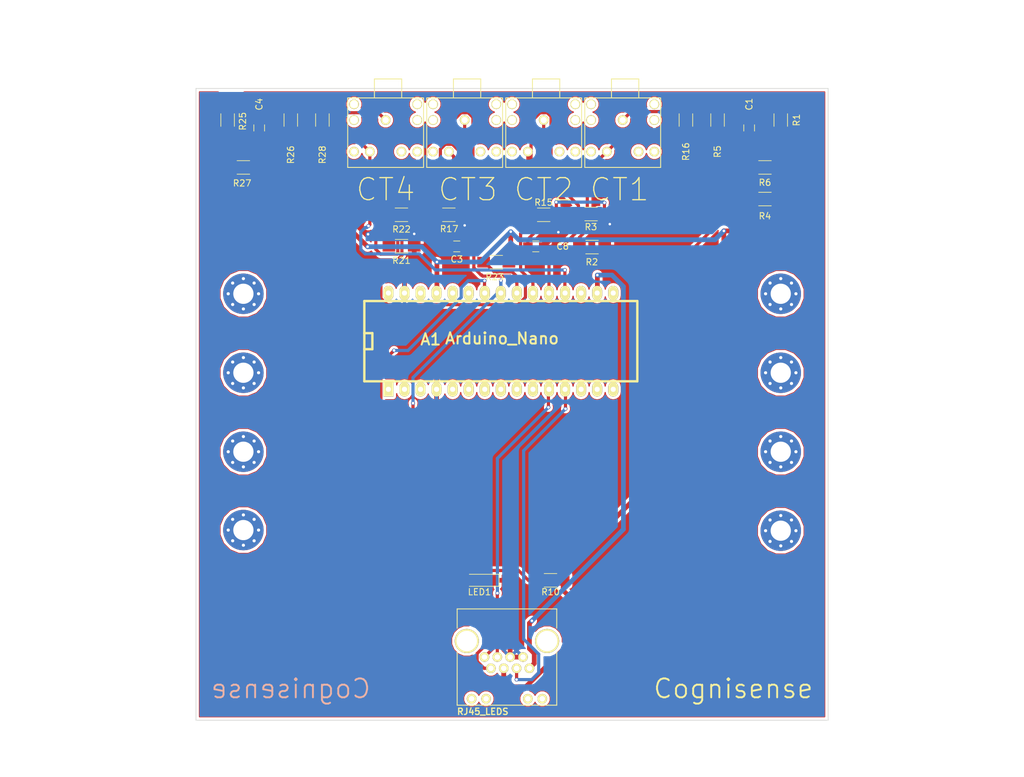
<source format=kicad_pcb>
(kicad_pcb (version 4) (host pcbnew 4.0.7)
  (layers (0 F.Cu signal) (31 B.Cu signal) (34 B.Paste user) (35 F.Paste user) (36 B.SilkS user) (37 F.SilkS user) (38 B.Mask user) (39 F.Mask user) (44 Edge.Cuts user))
  (net 0 "")
  (net 1 "Net-(J1-Pad12)")
  (net 2 "Net-(J1-Pad11)")
  (net 3 "Net-(J1-Pad9)")
  (net 4 "Net-(J1-Pad10)")
  (net 5 "Net-(C1-Pad1)")
  (net 6 GND)
  (net 7 "Net-(C3-Pad1)")
  (net 8 "Net-(C4-Pad1)")
  (net 9 "Net-(C8-Pad1)")
  (net 10 "Net-(CT1-Pad5)")
  (net 11 "Net-(CT1-Pad4)")
  (net 12 /ADC1)
  (net 13 "Net-(CT1-Pad2)")
  (net 14 "Net-(CT2-Pad5)")
  (net 15 "Net-(CT2-Pad4)")
  (net 16 /ADC2)
  (net 17 "Net-(CT2-Pad2)")
  (net 18 "Net-(CT3-Pad5)")
  (net 19 "Net-(CT3-Pad4)")
  (net 20 /ADC3)
  (net 21 "Net-(CT3-Pad2)")
  (net 22 "Net-(CT4-Pad5)")
  (net 23 "Net-(CT4-Pad4)")
  (net 24 /ADC0)
  (net 25 "Net-(CT4-Pad2)")
  (net 26 /DIG8)
  (net 27 /SDA)
  (net 28 /DIG9)
  (net 29 +3.3VADC)
  (net 30 +5V)
  (net 31 /SCL)
  (net 32 "Net-(LED1-Pad2)")
  (net 33 "Net-(A1-Pad25)")
  (net 34 "Net-(A1-Pad26)")
  (net 35 /RX)
  (net 36 /TX)
  (net 37 /RESET)
  (net 38 /DIG2)
  (net 39 /DIG3)
  (net 40 /DIG4)
  (net 41 /DIG5)
  (net 42 /DIG6)
  (net 43 /DIG7)
  (net 44 /DIG10)
  (net 45 /MOSI)
  (net 46 /MISO)
  (net 47 /SCK)
  (net 48 /AREF)
  (net 49 /VIN)
  (module Resistors_SMD:R_1206_HandSoldering (layer F.Cu) (at 107.5 62.5 180)
    (fp_text reference R27 (at 0.2 -2.5 180) (layer F.SilkS))
    (fp_text value 470K)
    (pad 1 smd rect (at -2 0 180) (size 2 1.7) (layers F.Cu F.Paste F.Mask) (net 30 +5V))
    (pad 2 smd rect (at 2 0 180) (size 2 1.7) (layers F.Cu F.Paste F.Mask) (net 8 "Net-(C4-Pad1)"))
  )
  (module Resistors_SMD:R_1206_HandSoldering (layer F.Cu) (at 132.52 74.97 180)
    (fp_text reference R21 (at 0.01 -2.27 180) (layer F.SilkS))
    (fp_text value 470K)
    (pad 1 smd rect (at -2 0 180) (size 2 1.7) (layers F.Cu F.Paste F.Mask) (net 6 GND))
    (pad 2 smd rect (at 2 0 180) (size 2 1.7) (layers F.Cu F.Paste F.Mask) (net 7 "Net-(C3-Pad1)"))
  )
  (module Resistors_SMD:R_1206_HandSoldering (layer F.Cu) (at 190 67.5 180)
    (fp_text reference R4 (at 0 -2.7 180) (layer F.SilkS))
    (fp_text value 470K)
    (pad 1 smd rect (at -2 0 180) (size 2 1.7) (layers F.Cu F.Paste F.Mask) (net 30 +5V))
    (pad 2 smd rect (at 2 0 180) (size 2 1.7) (layers F.Cu F.Paste F.Mask) (net 9 "Net-(C8-Pad1)"))
  )
  (module Resistors_SMD:R_1206_HandSoldering (layer F.Cu) (at 162.65 75.11)
    (fp_text reference R2 (at -0.03 2.37) (layer F.SilkS))
    (fp_text value 470K)
    (pad 1 smd rect (at -2 0) (size 2 1.7) (layers F.Cu F.Paste F.Mask) (net 9 "Net-(C8-Pad1)"))
    (pad 2 smd rect (at 2 0) (size 2 1.7) (layers F.Cu F.Paste F.Mask) (net 6 GND))
  )
  (module Resistors_SMD:R_1206_HandSoldering (layer F.Cu) (at 147.5 77.5 180)
    (fp_text reference R23 (at 0.25 -2.34 180) (layer F.SilkS))
    (fp_text value 470K)
    (pad 1 smd rect (at -2 0 180) (size 2 1.7) (layers F.Cu F.Paste F.Mask) (net 30 +5V))
    (pad 2 smd rect (at 2 0 180) (size 2 1.7) (layers F.Cu F.Paste F.Mask) (net 7 "Net-(C3-Pad1)"))
  )
  (module SVTmaker:arduino_nano2 (layer F.Cu) (at 149.49 90)
    (fp_text reference A1 (at -12.36 -0.27) (layer F.SilkS) (effects (font (size 1.778 1.778) (thickness 0.3048))))
    (fp_text value Arduino_Nano (at -1.08 -0.43) (layer F.SilkS) (effects (font (size 1.778 1.778) (thickness 0.3048))))
    (pad 1 thru_hole rect (at -19.05 7.62) (size 1.5748 2.286) (drill 0.8128) (layers *.Cu *.Mask F.SilkS) (net 35 /RX))
    (pad 2 thru_hole oval (at -16.51 7.62) (size 1.5748 2.286) (drill 0.8128) (layers *.Cu *.Mask F.SilkS) (net 36 /TX))
    (pad 3 thru_hole oval (at -13.97 7.62) (size 1.5748 2.286) (drill 0.8128) (layers *.Cu *.Mask F.SilkS) (net 37 /RESET))
    (pad 4 thru_hole oval (at -11.43 7.62) (size 1.5748 2.286) (drill 0.8128) (layers *.Cu *.Mask F.SilkS) (net 6 GND))
    (pad 5 thru_hole oval (at -8.89 7.62) (size 1.5748 2.286) (drill 0.8128) (layers *.Cu *.Mask F.SilkS) (net 38 /DIG2))
    (pad 6 thru_hole oval (at -6.35 7.62) (size 1.5748 2.286) (drill 0.8128) (layers *.Cu *.Mask F.SilkS) (net 39 /DIG3))
    (pad 7 thru_hole oval (at -3.81 7.62) (size 1.5748 2.286) (drill 0.8128) (layers *.Cu *.Mask F.SilkS) (net 40 /DIG4))
    (pad 8 thru_hole oval (at -1.27 7.62) (size 1.5748 2.286) (drill 0.8128) (layers *.Cu *.Mask F.SilkS) (net 41 /DIG5))
    (pad 9 thru_hole oval (at 1.27 7.62) (size 1.5748 2.286) (drill 0.8128) (layers *.Cu *.Mask F.SilkS) (net 42 /DIG6))
    (pad 10 thru_hole oval (at 3.81 7.62) (size 1.5748 2.286) (drill 0.8128) (layers *.Cu *.Mask F.SilkS) (net 43 /DIG7))
    (pad 11 thru_hole oval (at 6.35 7.62) (size 1.5748 2.286) (drill 0.8128) (layers *.Cu *.Mask F.SilkS) (net 26 /DIG8))
    (pad 12 thru_hole oval (at 8.89 7.62) (size 1.5748 2.286) (drill 0.8128) (layers *.Cu *.Mask F.SilkS) (net 28 /DIG9))
    (pad 13 thru_hole oval (at 11.43 7.62) (size 1.5748 2.286) (drill 0.8128) (layers *.Cu *.Mask F.SilkS) (net 44 /DIG10))
    (pad 14 thru_hole oval (at 13.97 7.62) (size 1.5748 2.286) (drill 0.8128) (layers *.Cu *.Mask F.SilkS) (net 45 /MOSI))
    (pad 15 thru_hole oval (at 16.51 7.62) (size 1.5748 2.286) (drill 0.8128) (layers *.Cu *.Mask F.SilkS) (net 46 /MISO))
    (pad 16 thru_hole oval (at 16.51 -7.62) (size 1.5748 2.286) (drill 0.8128) (layers *.Cu *.Mask F.SilkS) (net 47 /SCK))
    (pad 17 thru_hole oval (at 13.97 -7.62) (size 1.5748 2.286) (drill 0.8128) (layers *.Cu *.Mask F.SilkS) (net 29 +3.3VADC))
    (pad 18 thru_hole oval (at 11.43 -7.62) (size 1.5748 2.286) (drill 0.8128) (layers *.Cu *.Mask F.SilkS) (net 48 /AREF))
    (pad 19 thru_hole oval (at 8.89 -7.62) (size 1.5748 2.286) (drill 0.8128) (layers *.Cu *.Mask F.SilkS) (net 24 /ADC0))
    (pad 20 thru_hole oval (at 6.35 -7.62) (size 1.5748 2.286) (drill 0.8128) (layers *.Cu *.Mask F.SilkS) (net 12 /ADC1))
    (pad 21 thru_hole oval (at 3.81 -7.62) (size 1.5748 2.286) (drill 0.8128) (layers *.Cu *.Mask F.SilkS) (net 16 /ADC2))
    (pad 22 thru_hole oval (at 1.27 -7.62) (size 1.5748 2.286) (drill 0.8128) (layers *.Cu *.Mask F.SilkS) (net 20 /ADC3))
    (pad 23 thru_hole oval (at -1.27 -7.62) (size 1.5748 2.286) (drill 0.8128) (layers *.Cu *.Mask F.SilkS) (net 27 /SDA))
    (pad 24 thru_hole oval (at -3.81 -7.62) (size 1.5748 2.286) (drill 0.8128) (layers *.Cu *.Mask F.SilkS) (net 31 /SCL))
    (pad 25 thru_hole oval (at -6.35 -7.62) (size 1.5748 2.286) (drill 0.8128) (layers *.Cu *.Mask F.SilkS) (net 33 "Net-(A1-Pad25)"))
    (pad 26 thru_hole oval (at -8.89 -7.62) (size 1.5748 2.286) (drill 0.8128) (layers *.Cu *.Mask F.SilkS) (net 34 "Net-(A1-Pad26)"))
    (pad 27 thru_hole oval (at -11.43 -7.62) (size 1.5748 2.286) (drill 0.8128) (layers *.Cu *.Mask F.SilkS) (net 30 +5V))
    (pad 28 thru_hole oval (at -13.97 -7.62) (size 1.5748 2.286) (drill 0.8128) (layers *.Cu *.Mask F.SilkS))
    (pad 29 thru_hole oval (at -16.51 -7.62) (size 1.5748 2.286) (drill 0.8128) (layers *.Cu *.Mask F.SilkS) (net 6 GND))
    (pad 30 thru_hole oval (at -19.05 -7.62) (size 1.5748 2.286) (drill 0.8128) (layers *.Cu *.Mask F.SilkS) (net 49 /VIN))
  )
  (module Resistors_SMD:R_1206_HandSoldering (layer F.Cu) (at 105 55 90)
    (fp_text reference R25 (at -0.2 2.4 270) (layer F.SilkS))
    (fp_text value 470K)
    (pad 1 smd rect (at -2 0 90) (size 2 1.7) (layers F.Cu F.Paste F.Mask) (net 8 "Net-(C4-Pad1)"))
    (pad 2 smd rect (at 2 0 90) (size 2 1.7) (layers F.Cu F.Paste F.Mask) (net 6 GND))
  )
  (module Capacitors_SMD:C_0805_HandSoldering (layer F.Cu) (at 110 56.25 270)
    (fp_text reference C4 (at -3.75 0 270) (layer F.SilkS))
    (fp_text value "10 u")
    (pad 1 smd rect (at -1.25 0 270) (size 1.5 1.25) (layers F.Cu F.Paste F.Mask) (net 8 "Net-(C4-Pad1)"))
    (pad 2 smd rect (at 1.25 0 270) (size 1.5 1.25) (layers F.Cu F.Paste F.Mask) (net 6 GND))
  )
  (module Resistors_SMD:R_1206_HandSoldering (layer F.Cu) (at 115 55 90)
    (fp_text reference R26 (at -5.5 0 90) (layer F.SilkS))
    (fp_text value 33R)
    (pad 1 smd rect (at -2 0 90) (size 2 1.7) (layers F.Cu F.Paste F.Mask) (net 24 /ADC0))
    (pad 2 smd rect (at 2 0 90) (size 2 1.7) (layers F.Cu F.Paste F.Mask) (net 8 "Net-(C4-Pad1)"))
  )
  (module Resistors_SMD:R_1206_HandSoldering (layer F.Cu) (at 132.5 70)
    (fp_text reference R22 (at 0.01 2.29) (layer F.SilkS))
    (fp_text value 33R)
    (pad 1 smd rect (at -2 0) (size 2 1.7) (layers F.Cu F.Paste F.Mask) (net 20 /ADC3))
    (pad 2 smd rect (at 2 0) (size 2 1.7) (layers F.Cu F.Paste F.Mask) (net 7 "Net-(C3-Pad1)"))
  )
  (module Capacitors_SMD:C_0805_HandSoldering (layer F.Cu) (at 141.25 75)
    (fp_text reference C3 (at 0.01 2.03) (layer F.SilkS))
    (fp_text value "10 u")
    (pad 1 smd rect (at -1.25 0) (size 1.5 1.25) (layers F.Cu F.Paste F.Mask) (net 7 "Net-(C3-Pad1)"))
    (pad 2 smd rect (at 1.25 0) (size 1.5 1.25) (layers F.Cu F.Paste F.Mask) (net 6 GND))
  )
  (module Resistors_SMD:R_1206_HandSoldering (layer F.Cu) (at 156.08 127.85 180)
    (fp_text reference R10 (at 0 -1.85 180) (layer F.SilkS))
    (fp_text value 1K)
    (pad 1 smd rect (at -2 0 180) (size 2 1.7) (layers F.Cu F.Paste F.Mask) (net 30 +5V))
    (pad 2 smd rect (at 2 0 180) (size 2 1.7) (layers F.Cu F.Paste F.Mask) (net 32 "Net-(LED1-Pad2)"))
  )
  (module SVTmaker:CONNECTOR_RJ45_RA_TH_LEDS (layer F.Cu) (at 149.19 146.604 180)
    (fp_text reference J1)
    (fp_text value RJ45_LEDS (at 3.828 -2.03 180) (layer F.SilkS) (effects (font (thickness 0.2))))
    (pad 12 thru_hole circle (at -5.588 0 180) (size 1.524 1.524) (drill 0.889) (layers *.Cu *.Mask F.SilkS) (net 1 "Net-(J1-Pad12)"))
    (pad 11 thru_hole circle (at -3.302 0 180) (size 1.524 1.524) (drill 0.889) (layers *.Cu *.Mask F.SilkS) (net 2 "Net-(J1-Pad11)"))
    (pad 9 thru_hole circle (at 5.588 0 180) (size 1.524 1.524) (drill 0.889) (layers *.Cu *.Mask F.SilkS) (net 3 "Net-(J1-Pad9)"))
    (pad 10 thru_hole circle (at 3.302 0 180) (size 1.524 1.524) (drill 0.889) (layers *.Cu *.Mask F.SilkS) (net 4 "Net-(J1-Pad10)"))
    (pad A thru_hole circle (at 6.35 9.144 180) (size 3.81 3.81) (drill 3.2512) (layers *.Cu *.Mask F.SilkS))
    (pad 17 thru_hole circle (at -6.35 9.144 180) (size 3.81 3.81) (drill 3.2512) (layers *.Cu *.Mask F.SilkS))
    (pad 5 thru_hole circle (at -0.508 6.604 180) (size 1.524 1.524) (drill 0.889) (layers *.Cu *.Mask F.SilkS) (net 6 GND))
    (pad 3 thru_hole circle (at 1.524 6.604 180) (size 1.524 1.524) (drill 0.889) (layers *.Cu *.Mask F.SilkS) (net 26 /DIG8))
    (pad 1 thru_hole circle (at 3.556 6.604 180) (size 1.524 1.524) (drill 0.889) (layers *.Cu *.Mask F.SilkS) (net 27 /SDA))
    (pad 7 thru_hole circle (at -2.54 6.604 180) (size 1.524 1.524) (drill 0.889) (layers *.Cu *.Mask F.SilkS) (net 6 GND))
    (pad 6 thru_hole circle (at -1.524 4.826 180) (size 1.524 1.524) (drill 0.889) (layers *.Cu *.Mask F.SilkS) (net 28 /DIG9))
    (pad 8 thru_hole circle (at -3.556 4.826 180) (size 1.524 1.524) (drill 0.889) (layers *.Cu *.Mask F.SilkS) (net 29 +3.3VADC))
    (pad 4 thru_hole circle (at 0.508 4.826 180) (size 1.524 1.524) (drill 0.889) (layers *.Cu *.Mask F.SilkS) (net 30 +5V))
    (pad 2 thru_hole circle (at 2.54 4.826 180) (size 1.524 1.524) (drill 0.889) (layers *.Cu *.Mask F.SilkS) (net 31 /SCL))
  )
  (module LEDs:LED_1206_HandSoldering (layer F.Cu) (at 144.84 127.85 180)
    (fp_text reference LED1 (at 0 -1.85 180) (layer F.SilkS))
    (fp_text value BLUE)
    (pad 1 smd rect (at -2 0 180) (size 2 1.7) (layers F.Cu F.Paste F.Mask) (net 6 GND))
    (pad 2 smd rect (at 2 0 180) (size 2 1.7) (layers F.Cu F.Paste F.Mask) (net 32 "Net-(LED1-Pad2)"))
  )
  (module Resistors_SMD:R_1206_HandSoldering (layer F.Cu) (at 162.5 69.876234)
    (fp_text reference R3 (at -0.03 2.043766) (layer F.SilkS))
    (fp_text value 33R)
    (pad 1 smd rect (at -2 0) (size 2 1.7) (layers F.Cu F.Paste F.Mask) (net 16 /ADC2))
    (pad 2 smd rect (at 2 0) (size 2 1.7) (layers F.Cu F.Paste F.Mask) (net 9 "Net-(C8-Pad1)"))
  )
  (module Capacitors_SMD:C_0805_HandSoldering (layer F.Cu) (at 187.5 56.25 270)
    (fp_text reference C1 (at -3.75 0 270) (layer F.SilkS))
    (fp_text value "10 u")
    (pad 1 smd rect (at -1.25 0 270) (size 1.5 1.25) (layers F.Cu F.Paste F.Mask) (net 5 "Net-(C1-Pad1)"))
    (pad 2 smd rect (at 1.25 0 270) (size 1.5 1.25) (layers F.Cu F.Paste F.Mask) (net 6 GND))
  )
  (module Resistors_SMD:R_1206_HandSoldering (layer F.Cu) (at 192.5 55 270)
    (fp_text reference R1 (at 0 -2.5 270) (layer F.SilkS))
    (fp_text value 470K)
    (pad 1 smd rect (at -2 0 270) (size 2 1.7) (layers F.Cu F.Paste F.Mask) (net 5 "Net-(C1-Pad1)"))
    (pad 2 smd rect (at 2 0 270) (size 2 1.7) (layers F.Cu F.Paste F.Mask) (net 6 GND))
  )
  (module Resistors_SMD:R_1206_HandSoldering (layer F.Cu) (at 182.5 55 90)
    (fp_text reference R5 (at -5 0 90) (layer F.SilkS))
    (fp_text value 33R)
    (pad 1 smd rect (at -2 0 90) (size 2 1.7) (layers F.Cu F.Paste F.Mask) (net 12 /ADC1))
    (pad 2 smd rect (at 2 0 90) (size 2 1.7) (layers F.Cu F.Paste F.Mask) (net 5 "Net-(C1-Pad1)"))
  )
  (module Capacitors_SMD:C_0805_HandSoldering (layer F.Cu) (at 153.75 75)
    (fp_text reference C8 (at 4.25 0) (layer F.SilkS))
    (fp_text value "10 u")
    (pad 1 smd rect (at -1.25 0) (size 1.5 1.25) (layers F.Cu F.Paste F.Mask) (net 9 "Net-(C8-Pad1)"))
    (pad 2 smd rect (at 1.25 0) (size 1.5 1.25) (layers F.Cu F.Paste F.Mask) (net 6 GND))
  )
  (module Resistors_SMD:R_1206_HandSoldering (layer F.Cu) (at 155 70)
    (fp_text reference R15 (at -0.01 -1.96 180) (layer F.SilkS))
    (fp_text value 33R)
    (pad 1 smd rect (at -2 0) (size 2 1.7) (layers F.Cu F.Paste F.Mask) (net 16 /ADC2))
    (pad 2 smd rect (at 2 0) (size 2 1.7) (layers F.Cu F.Paste F.Mask) (net 9 "Net-(C8-Pad1)"))
  )
  (module Resistors_SMD:R_1206_HandSoldering (layer F.Cu) (at 177.5 55 90)
    (fp_text reference R16 (at -5 0 90) (layer F.SilkS))
    (fp_text value 33R)
    (pad 1 smd rect (at -2 0 90) (size 2 1.7) (layers F.Cu F.Paste F.Mask) (net 12 /ADC1))
    (pad 2 smd rect (at 2 0 90) (size 2 1.7) (layers F.Cu F.Paste F.Mask) (net 5 "Net-(C1-Pad1)"))
  )
  (module Resistors_SMD:R_1206_HandSoldering (layer F.Cu) (at 120 55 90)
    (fp_text reference R28 (at -5.5 0 90) (layer F.SilkS))
    (fp_text value 33R)
    (pad 1 smd rect (at -2 0 90) (size 2 1.7) (layers F.Cu F.Paste F.Mask) (net 24 /ADC0))
    (pad 2 smd rect (at 2 0 90) (size 2 1.7) (layers F.Cu F.Paste F.Mask) (net 8 "Net-(C4-Pad1)"))
  )
  (module Resistors_SMD:R_1206_HandSoldering (layer F.Cu) (at 140 70)
    (fp_text reference R17 (at 0.05 2.23 180) (layer F.SilkS))
    (fp_text value 33R)
    (pad 1 smd rect (at -2 0) (size 2 1.7) (layers F.Cu F.Paste F.Mask) (net 20 /ADC3))
    (pad 2 smd rect (at 2 0) (size 2 1.7) (layers F.Cu F.Paste F.Mask) (net 7 "Net-(C3-Pad1)"))
  )
  (module Resistors_SMD:R_1206_HandSoldering (layer F.Cu) (at 190 62.5 180)
    (fp_text reference R6 (at 0 -2.4 180) (layer F.SilkS))
    (fp_text value 470K)
    (pad 1 smd rect (at -2 0 180) (size 2 1.7) (layers F.Cu F.Paste F.Mask) (net 30 +5V))
    (pad 2 smd rect (at 2 0 180) (size 2 1.7) (layers F.Cu F.Paste F.Mask) (net 5 "Net-(C1-Pad1)"))
  )
  (module "SVTmaker:Cognisense large" (layer B.Cu) (at 115 135)
    (fp_text reference G*** hide)
    (fp_text value LOGO hide)
  )
  (module Mounting_Holes:MountingHole_3.2mm_M3_Pad_Via (layer F.Cu) (at 107.5 119.9)
    (fp_text reference REF**)
    (fp_text value MountingHole_3.2mm_M3_Pad_Via)
    (pad 1 thru_hole circle (at 0 0) (size 6.4 6.4) (drill 3.2) (layers *.Cu *.Mask))
    (pad 1 thru_hole circle (at 2.4 0) (size 0.8 0.8) (drill 0.5) (layers *.Cu *.Mask))
    (pad 1 thru_hole circle (at 1.697056 1.697056) (size 0.8 0.8) (drill 0.5) (layers *.Cu *.Mask))
    (pad 1 thru_hole circle (at 0 2.4) (size 0.8 0.8) (drill 0.5) (layers *.Cu *.Mask))
    (pad 1 thru_hole circle (at -1.697056 1.697056) (size 0.8 0.8) (drill 0.5) (layers *.Cu *.Mask))
    (pad 1 thru_hole circle (at -2.4 0) (size 0.8 0.8) (drill 0.5) (layers *.Cu *.Mask))
    (pad 1 thru_hole circle (at -1.697056 -1.697056) (size 0.8 0.8) (drill 0.5) (layers *.Cu *.Mask))
    (pad 1 thru_hole circle (at 0 -2.4) (size 0.8 0.8) (drill 0.5) (layers *.Cu *.Mask))
    (pad 1 thru_hole circle (at 1.697056 -1.697056) (size 0.8 0.8) (drill 0.5) (layers *.Cu *.Mask))
  )
  (module Mounting_Holes:MountingHole_3.2mm_M3_Pad_Via (layer F.Cu) (at 107.5 82.5 180)
    (fp_text reference REF**)
    (fp_text value MountingHole_3.2mm_M3_Pad_Via)
    (pad 1 thru_hole circle (at 0 0 180) (size 6.4 6.4) (drill 3.2) (layers *.Cu *.Mask))
    (pad 1 thru_hole circle (at 2.4 0 180) (size 0.8 0.8) (drill 0.5) (layers *.Cu *.Mask))
    (pad 1 thru_hole circle (at 1.697056 1.697056 180) (size 0.8 0.8) (drill 0.5) (layers *.Cu *.Mask))
    (pad 1 thru_hole circle (at 0 2.4 180) (size 0.8 0.8) (drill 0.5) (layers *.Cu *.Mask))
    (pad 1 thru_hole circle (at -1.697056 1.697056 180) (size 0.8 0.8) (drill 0.5) (layers *.Cu *.Mask))
    (pad 1 thru_hole circle (at -2.4 0 180) (size 0.8 0.8) (drill 0.5) (layers *.Cu *.Mask))
    (pad 1 thru_hole circle (at -1.697056 -1.697056 180) (size 0.8 0.8) (drill 0.5) (layers *.Cu *.Mask))
    (pad 1 thru_hole circle (at 0 -2.4 180) (size 0.8 0.8) (drill 0.5) (layers *.Cu *.Mask))
    (pad 1 thru_hole circle (at 1.697056 -1.697056 180) (size 0.8 0.8) (drill 0.5) (layers *.Cu *.Mask))
  )
  (module Mounting_Holes:MountingHole_3.2mm_M3_Pad_Via (layer F.Cu) (at 107.5 95 180)
    (fp_text reference REF**)
    (fp_text value MountingHole_3.2mm_M3_Pad_Via)
    (pad 1 thru_hole circle (at 0 0 180) (size 6.4 6.4) (drill 3.2) (layers *.Cu *.Mask))
    (pad 1 thru_hole circle (at 2.4 0 180) (size 0.8 0.8) (drill 0.5) (layers *.Cu *.Mask))
    (pad 1 thru_hole circle (at 1.697056 1.697056 180) (size 0.8 0.8) (drill 0.5) (layers *.Cu *.Mask))
    (pad 1 thru_hole circle (at 0 2.4 180) (size 0.8 0.8) (drill 0.5) (layers *.Cu *.Mask))
    (pad 1 thru_hole circle (at -1.697056 1.697056 180) (size 0.8 0.8) (drill 0.5) (layers *.Cu *.Mask))
    (pad 1 thru_hole circle (at -2.4 0 180) (size 0.8 0.8) (drill 0.5) (layers *.Cu *.Mask))
    (pad 1 thru_hole circle (at -1.697056 -1.697056 180) (size 0.8 0.8) (drill 0.5) (layers *.Cu *.Mask))
    (pad 1 thru_hole circle (at 0 -2.4 180) (size 0.8 0.8) (drill 0.5) (layers *.Cu *.Mask))
    (pad 1 thru_hole circle (at 1.697056 -1.697056 180) (size 0.8 0.8) (drill 0.5) (layers *.Cu *.Mask))
  )
  (module Mounting_Holes:MountingHole_3.2mm_M3_Pad_Via (layer F.Cu) (at 107.5 107.5 180)
    (fp_text reference REF**)
    (fp_text value MountingHole_3.2mm_M3_Pad_Via)
    (pad 1 thru_hole circle (at 0 0 180) (size 6.4 6.4) (drill 3.2) (layers *.Cu *.Mask))
    (pad 1 thru_hole circle (at 2.4 0 180) (size 0.8 0.8) (drill 0.5) (layers *.Cu *.Mask))
    (pad 1 thru_hole circle (at 1.697056 1.697056 180) (size 0.8 0.8) (drill 0.5) (layers *.Cu *.Mask))
    (pad 1 thru_hole circle (at 0 2.4 180) (size 0.8 0.8) (drill 0.5) (layers *.Cu *.Mask))
    (pad 1 thru_hole circle (at -1.697056 1.697056 180) (size 0.8 0.8) (drill 0.5) (layers *.Cu *.Mask))
    (pad 1 thru_hole circle (at -2.4 0 180) (size 0.8 0.8) (drill 0.5) (layers *.Cu *.Mask))
    (pad 1 thru_hole circle (at -1.697056 -1.697056 180) (size 0.8 0.8) (drill 0.5) (layers *.Cu *.Mask))
    (pad 1 thru_hole circle (at 0 -2.4 180) (size 0.8 0.8) (drill 0.5) (layers *.Cu *.Mask))
    (pad 1 thru_hole circle (at 1.697056 -1.697056 180) (size 0.8 0.8) (drill 0.5) (layers *.Cu *.Mask))
  )
  (module Mounting_Holes:MountingHole_3.2mm_M3_Pad_Via (layer F.Cu) (at 192.5 120)
    (fp_text reference REF**)
    (fp_text value MountingHole_3.2mm_M3_Pad_Via)
    (pad 1 thru_hole circle (at 0 0) (size 6.4 6.4) (drill 3.2) (layers *.Cu *.Mask))
    (pad 1 thru_hole circle (at 2.4 0) (size 0.8 0.8) (drill 0.5) (layers *.Cu *.Mask))
    (pad 1 thru_hole circle (at 1.697056 1.697056) (size 0.8 0.8) (drill 0.5) (layers *.Cu *.Mask))
    (pad 1 thru_hole circle (at 0 2.4) (size 0.8 0.8) (drill 0.5) (layers *.Cu *.Mask))
    (pad 1 thru_hole circle (at -1.697056 1.697056) (size 0.8 0.8) (drill 0.5) (layers *.Cu *.Mask))
    (pad 1 thru_hole circle (at -2.4 0) (size 0.8 0.8) (drill 0.5) (layers *.Cu *.Mask))
    (pad 1 thru_hole circle (at -1.697056 -1.697056) (size 0.8 0.8) (drill 0.5) (layers *.Cu *.Mask))
    (pad 1 thru_hole circle (at 0 -2.4) (size 0.8 0.8) (drill 0.5) (layers *.Cu *.Mask))
    (pad 1 thru_hole circle (at 1.697056 -1.697056) (size 0.8 0.8) (drill 0.5) (layers *.Cu *.Mask))
  )
  (module Mounting_Holes:MountingHole_3.2mm_M3_Pad_Via (layer F.Cu) (at 192.5 107.5)
    (fp_text reference REF**)
    (fp_text value MountingHole_3.2mm_M3_Pad_Via)
    (pad 1 thru_hole circle (at 0 0) (size 6.4 6.4) (drill 3.2) (layers *.Cu *.Mask))
    (pad 1 thru_hole circle (at 2.4 0) (size 0.8 0.8) (drill 0.5) (layers *.Cu *.Mask))
    (pad 1 thru_hole circle (at 1.697056 1.697056) (size 0.8 0.8) (drill 0.5) (layers *.Cu *.Mask))
    (pad 1 thru_hole circle (at 0 2.4) (size 0.8 0.8) (drill 0.5) (layers *.Cu *.Mask))
    (pad 1 thru_hole circle (at -1.697056 1.697056) (size 0.8 0.8) (drill 0.5) (layers *.Cu *.Mask))
    (pad 1 thru_hole circle (at -2.4 0) (size 0.8 0.8) (drill 0.5) (layers *.Cu *.Mask))
    (pad 1 thru_hole circle (at -1.697056 -1.697056) (size 0.8 0.8) (drill 0.5) (layers *.Cu *.Mask))
    (pad 1 thru_hole circle (at 0 -2.4) (size 0.8 0.8) (drill 0.5) (layers *.Cu *.Mask))
    (pad 1 thru_hole circle (at 1.697056 -1.697056) (size 0.8 0.8) (drill 0.5) (layers *.Cu *.Mask))
  )
  (module Mounting_Holes:MountingHole_3.2mm_M3_Pad_Via (layer F.Cu) (at 192.5 95)
    (fp_text reference REF**)
    (fp_text value MountingHole_3.2mm_M3_Pad_Via)
    (pad 1 thru_hole circle (at 0 0) (size 6.4 6.4) (drill 3.2) (layers *.Cu *.Mask))
    (pad 1 thru_hole circle (at 2.4 0) (size 0.8 0.8) (drill 0.5) (layers *.Cu *.Mask))
    (pad 1 thru_hole circle (at 1.697056 1.697056) (size 0.8 0.8) (drill 0.5) (layers *.Cu *.Mask))
    (pad 1 thru_hole circle (at 0 2.4) (size 0.8 0.8) (drill 0.5) (layers *.Cu *.Mask))
    (pad 1 thru_hole circle (at -1.697056 1.697056) (size 0.8 0.8) (drill 0.5) (layers *.Cu *.Mask))
    (pad 1 thru_hole circle (at -2.4 0) (size 0.8 0.8) (drill 0.5) (layers *.Cu *.Mask))
    (pad 1 thru_hole circle (at -1.697056 -1.697056) (size 0.8 0.8) (drill 0.5) (layers *.Cu *.Mask))
    (pad 1 thru_hole circle (at 0 -2.4) (size 0.8 0.8) (drill 0.5) (layers *.Cu *.Mask))
    (pad 1 thru_hole circle (at 1.697056 -1.697056) (size 0.8 0.8) (drill 0.5) (layers *.Cu *.Mask))
  )
  (module SVTmaker:Audio-LR-3.5mm (layer F.Cu) (at 167.5 60 270)
    (fp_text reference CT1)
    (fp_text value CT1 (at 6 0.5 360) (layer F.SilkS) (effects (font (size 3.5 3.5) (thickness 0.2))))
    (pad 1 thru_hole circle (at -5 0 270) (size 1.524 1.524) (drill 1) (layers *.Cu *.Mask F.SilkS) (net 5 "Net-(C1-Pad1)"))
    (pad 5 thru_hole circle (at 0 -5 270) (size 1.524 1.524) (drill 1) (layers *.Cu *.Mask F.SilkS) (net 10 "Net-(CT1-Pad5)"))
    (pad 4 thru_hole circle (at 0 -2.5 270) (size 1.524 1.524) (drill 1) (layers *.Cu *.Mask F.SilkS) (net 11 "Net-(CT1-Pad4)"))
    (pad 3 thru_hole circle (at 0 2.5 270) (size 1.524 1.524) (drill 1) (layers *.Cu *.Mask F.SilkS) (net 12 /ADC1))
    (pad 2 thru_hole circle (at 0 5 270) (size 1.524 1.524) (drill 1) (layers *.Cu *.Mask F.SilkS) (net 13 "Net-(CT1-Pad2)"))
    (pad "" np_thru_hole circle (at -5 -5 270) (size 1.524 1.524) (drill 1.2) (layers *.Cu *.Mask F.SilkS))
    (pad "" np_thru_hole circle (at -7.5 -5 270) (size 1.524 1.524) (drill 1.2) (layers *.Cu *.Mask F.SilkS))
    (pad "" np_thru_hole circle (at -7.5 5 270) (size 1.524 1.524) (drill 1.2) (layers *.Cu *.Mask F.SilkS))
    (pad "" np_thru_hole circle (at -5 5 270) (size 1.524 1.524) (drill 1.2) (layers *.Cu *.Mask F.SilkS))
  )
  (module SVTmaker:Audio-LR-3.5mm (layer F.Cu) (at 155 60 270)
    (fp_text reference CT2)
    (fp_text value CT2 (at 6 0 360) (layer F.SilkS) (effects (font (size 3.5 3.5) (thickness 0.2))))
    (pad 1 thru_hole circle (at -5 0 270) (size 1.524 1.524) (drill 1) (layers *.Cu *.Mask F.SilkS) (net 9 "Net-(C8-Pad1)"))
    (pad 5 thru_hole circle (at 0 -5 270) (size 1.524 1.524) (drill 1) (layers *.Cu *.Mask F.SilkS) (net 14 "Net-(CT2-Pad5)"))
    (pad 4 thru_hole circle (at 0 -2.5 270) (size 1.524 1.524) (drill 1) (layers *.Cu *.Mask F.SilkS) (net 15 "Net-(CT2-Pad4)"))
    (pad 3 thru_hole circle (at 0 2.5 270) (size 1.524 1.524) (drill 1) (layers *.Cu *.Mask F.SilkS) (net 16 /ADC2))
    (pad 2 thru_hole circle (at 0 5 270) (size 1.524 1.524) (drill 1) (layers *.Cu *.Mask F.SilkS) (net 17 "Net-(CT2-Pad2)"))
    (pad "" np_thru_hole circle (at -5 -5 270) (size 1.524 1.524) (drill 1.2) (layers *.Cu *.Mask F.SilkS))
    (pad "" np_thru_hole circle (at -7.5 -5 270) (size 1.524 1.524) (drill 1.2) (layers *.Cu *.Mask F.SilkS))
    (pad "" np_thru_hole circle (at -7.5 5 270) (size 1.524 1.524) (drill 1.2) (layers *.Cu *.Mask F.SilkS))
    (pad "" np_thru_hole circle (at -5 5 270) (size 1.524 1.524) (drill 1.2) (layers *.Cu *.Mask F.SilkS))
  )
  (module SVTmaker:Audio-LR-3.5mm (layer F.Cu) (at 142.5 60 270)
    (fp_text reference CT3)
    (fp_text value CT3 (at 6 -0.5 360) (layer F.SilkS) (effects (font (size 3.5 3.5) (thickness 0.2))))
    (pad 1 thru_hole circle (at -5 0 270) (size 1.524 1.524) (drill 1) (layers *.Cu *.Mask F.SilkS) (net 7 "Net-(C3-Pad1)"))
    (pad 5 thru_hole circle (at 0 -5 270) (size 1.524 1.524) (drill 1) (layers *.Cu *.Mask F.SilkS) (net 18 "Net-(CT3-Pad5)"))
    (pad 4 thru_hole circle (at 0 -2.5 270) (size 1.524 1.524) (drill 1) (layers *.Cu *.Mask F.SilkS) (net 19 "Net-(CT3-Pad4)"))
    (pad 3 thru_hole circle (at 0 2.5 270) (size 1.524 1.524) (drill 1) (layers *.Cu *.Mask F.SilkS) (net 20 /ADC3))
    (pad 2 thru_hole circle (at 0 5 270) (size 1.524 1.524) (drill 1) (layers *.Cu *.Mask F.SilkS) (net 21 "Net-(CT3-Pad2)"))
    (pad "" np_thru_hole circle (at -5 -5 270) (size 1.524 1.524) (drill 1.2) (layers *.Cu *.Mask F.SilkS))
    (pad "" np_thru_hole circle (at -7.5 -5 270) (size 1.524 1.524) (drill 1.2) (layers *.Cu *.Mask F.SilkS))
    (pad "" np_thru_hole circle (at -7.5 5 270) (size 1.524 1.524) (drill 1.2) (layers *.Cu *.Mask F.SilkS))
    (pad "" np_thru_hole circle (at -5 5 270) (size 1.524 1.524) (drill 1.2) (layers *.Cu *.Mask F.SilkS))
  )
  (module SVTmaker:Audio-LR-3.5mm (layer F.Cu) (at 130 60 270)
    (fp_text reference CT4)
    (fp_text value CT4 (at 6 0 360) (layer F.SilkS) (effects (font (size 3.5 3.5) (thickness 0.2))))
    (pad 1 thru_hole circle (at -5 0 270) (size 1.524 1.524) (drill 1) (layers *.Cu *.Mask F.SilkS) (net 8 "Net-(C4-Pad1)"))
    (pad 5 thru_hole circle (at 0 -5 270) (size 1.524 1.524) (drill 1) (layers *.Cu *.Mask F.SilkS) (net 22 "Net-(CT4-Pad5)"))
    (pad 4 thru_hole circle (at 0 -2.5 270) (size 1.524 1.524) (drill 1) (layers *.Cu *.Mask F.SilkS) (net 23 "Net-(CT4-Pad4)"))
    (pad 3 thru_hole circle (at 0 2.5 270) (size 1.524 1.524) (drill 1) (layers *.Cu *.Mask F.SilkS) (net 24 /ADC0))
    (pad 2 thru_hole circle (at 0 5 270) (size 1.524 1.524) (drill 1) (layers *.Cu *.Mask F.SilkS) (net 25 "Net-(CT4-Pad2)"))
    (pad "" np_thru_hole circle (at -5 -5 270) (size 1.524 1.524) (drill 1.2) (layers *.Cu *.Mask F.SilkS))
    (pad "" np_thru_hole circle (at -7.5 -5 270) (size 1.524 1.524) (drill 1.2) (layers *.Cu *.Mask F.SilkS))
    (pad "" np_thru_hole circle (at -7.5 5 270) (size 1.524 1.524) (drill 1.2) (layers *.Cu *.Mask F.SilkS))
    (pad "" np_thru_hole circle (at -5 5 270) (size 1.524 1.524) (drill 1.2) (layers *.Cu *.Mask F.SilkS))
  )
  (module Mounting_Holes:MountingHole_3.2mm_M3_Pad_Via (layer F.Cu) (at 192.5 82.5)
    (fp_text reference REF**)
    (fp_text value MountingHole_3.2mm_M3_Pad_Via)
    (pad 1 thru_hole circle (at 0 0) (size 6.4 6.4) (drill 3.2) (layers *.Cu *.Mask))
    (pad 1 thru_hole circle (at 2.4 0) (size 0.8 0.8) (drill 0.5) (layers *.Cu *.Mask))
    (pad 1 thru_hole circle (at 1.697056 1.697056) (size 0.8 0.8) (drill 0.5) (layers *.Cu *.Mask))
    (pad 1 thru_hole circle (at 0 2.4) (size 0.8 0.8) (drill 0.5) (layers *.Cu *.Mask))
    (pad 1 thru_hole circle (at -1.697056 1.697056) (size 0.8 0.8) (drill 0.5) (layers *.Cu *.Mask))
    (pad 1 thru_hole circle (at -2.4 0) (size 0.8 0.8) (drill 0.5) (layers *.Cu *.Mask))
    (pad 1 thru_hole circle (at -1.697056 -1.697056) (size 0.8 0.8) (drill 0.5) (layers *.Cu *.Mask))
    (pad 1 thru_hole circle (at 0 -2.4) (size 0.8 0.8) (drill 0.5) (layers *.Cu *.Mask))
    (pad 1 thru_hole circle (at 1.697056 -1.697056) (size 0.8 0.8) (drill 0.5) (layers *.Cu *.Mask))
  )
  (module "SVTmaker:Cognisense large" (layer F.Cu) (at 185 135)
    (fp_text reference G*** hide)
    (fp_text value LOGO hide)
  )
  (gr_text Cognisense (at 115 145) (layer B.SilkS) (effects (font (size 3 3) (thickness 0.3)) (justify mirror)))
  (gr_text Cognisense (at 185 145) (layer F.SilkS) (effects (font (size 3 3) (thickness 0.3))))
  (gr_line (start 100 50) (end 100 150) (layer Edge.Cuts) (width 0.1))
  (gr_line (start 200 50) (end 100 50) (layer Edge.Cuts) (width 0.1))
  (gr_line (start 200 150) (end 200 50) (layer Edge.Cuts) (width 0.1))
  (gr_line (start 100 150) (end 200 150) (layer Edge.Cuts) (width 0.1))
  (segment (start 192.5 53) (end 192.5 53.15) (width 0.5) (layer F.Cu) (net 5))
  (segment (start 192.5 53.15) (end 194.050001 54.700001) (width 0.5) (layer F.Cu) (net 5))
  (segment (start 194.050001 54.700001) (end 194.050001 58.560001) (width 0.5) (layer F.Cu) (net 5))
  (segment (start 194.050001 58.560001) (end 191.660003 60.949999) (width 0.5) (layer F.Cu) (net 5))
  (segment (start 191.660003 60.949999) (end 189.700001 60.949999) (width 0.5) (layer F.Cu) (net 5))
  (segment (start 189.700001 60.949999) (end 188.15 62.5) (width 0.5) (layer F.Cu) (net 5))
  (segment (start 188.15 62.5) (end 188 62.5) (width 0.5) (layer F.Cu) (net 5))
  (segment (start 187.5 55) (end 190.65 55) (width 0.5) (layer F.Cu) (net 5))
  (segment (start 190.65 55) (end 192.5 53.15) (width 0.5) (layer F.Cu) (net 5))
  (segment (start 182.5 53) (end 185.625 53) (width 0.5) (layer F.Cu) (net 5))
  (segment (start 185.625 53) (end 187.5 54.875) (width 0.5) (layer F.Cu) (net 5))
  (segment (start 187.5 54.875) (end 187.5 55) (width 0.5) (layer F.Cu) (net 5))
  (segment (start 177.5 53) (end 182.5 53) (width 0.5) (layer F.Cu) (net 5))
  (segment (start 167.5 55) (end 168.837999 53.662001) (width 0.5) (layer F.Cu) (net 5))
  (segment (start 168.837999 53.662001) (end 175.487999 53.662001) (width 0.5) (layer F.Cu) (net 5))
  (segment (start 175.487999 53.662001) (end 176.15 53) (width 0.5) (layer F.Cu) (net 5))
  (segment (start 176.15 53) (end 177.5 53) (width 0.5) (layer F.Cu) (net 5))
  (segment (start 107.674999 59.950001) (end 110 57.625) (width 0.75) (layer F.Cu) (net 6))
  (segment (start 138.06 95.727) (end 107.674999 65.341999) (width 0.75) (layer F.Cu) (net 6))
  (segment (start 138.06 97.62) (end 138.06 95.727) (width 0.75) (layer F.Cu) (net 6))
  (segment (start 107.674999 65.341999) (end 107.674999 59.950001) (width 0.75) (layer F.Cu) (net 6))
  (segment (start 110 57.625) (end 110 57.5) (width 0.75) (layer F.Cu) (net 6))
  (segment (start 149.698 138.92237) (end 149.698 140) (width 0.75) (layer F.Cu) (net 6))
  (segment (start 149.698 128.958) (end 149.698 138.92237) (width 0.75) (layer F.Cu) (net 6))
  (segment (start 148.59 127.85) (end 149.698 128.958) (width 0.75) (layer F.Cu) (net 6))
  (segment (start 146.84 127.85) (end 148.59 127.85) (width 0.75) (layer F.Cu) (net 6))
  (segment (start 138.06 97.62) (end 138.06 98.3) (width 0.75) (layer F.Cu) (net 6))
  (segment (start 146.84 127.85) (end 146.69 127.85) (width 0.75) (layer F.Cu) (net 6))
  (segment (start 146.69 127.85) (end 145.014999 129.525001) (width 0.75) (layer F.Cu) (net 6))
  (segment (start 138.06 99.513) (end 138.06 97.62) (width 0.75) (layer F.Cu) (net 6))
  (segment (start 145.014999 129.525001) (end 141.179999 129.525001) (width 0.75) (layer F.Cu) (net 6))
  (segment (start 141.179999 129.525001) (end 138.06 126.405002) (width 0.75) (layer F.Cu) (net 6))
  (segment (start 138.06 126.405002) (end 138.06 99.513) (width 0.75) (layer F.Cu) (net 6))
  (segment (start 149.698 140) (end 151.73 140) (width 0.75) (layer F.Cu) (net 6))
  (segment (start 157.32 72.75) (end 157.25 72.75) (width 0.75) (layer F.Cu) (net 6))
  (segment (start 157.25 72.75) (end 155 75) (width 0.75) (layer F.Cu) (net 6))
  (segment (start 157.32 71.34999) (end 157.32 72.75) (width 0.75) (layer B.Cu) (net 6))
  (segment (start 157.32 71.34999) (end 149.42294 71.34999) (width 0.75) (layer B.Cu) (net 6))
  (segment (start 164.90949 71.34999) (end 157.32 71.34999) (width 0.75) (layer B.Cu) (net 6))
  (via (at 157.32 72.75) (size 0.6) (drill 0.4) (layers F.Cu B.Cu) (net 6))
  (segment (start 165.46 71.476236) (end 165.035736 71.476236) (width 0.75) (layer B.Cu) (net 6))
  (segment (start 165.035736 71.476236) (end 164.90949 71.34999) (width 0.75) (layer B.Cu) (net 6))
  (segment (start 149.42294 71.34999) (end 157.45 71.41318) (width 0.75) (layer B.Cu) (net 6))
  (segment (start 164.65 75.11) (end 164.65 73.51) (width 0.75) (layer F.Cu) (net 6))
  (segment (start 164.65 73.51) (end 165.46 72.7) (width 0.75) (layer F.Cu) (net 6))
  (segment (start 165.46 72.7) (end 165.46 71.551235) (width 0.75) (layer F.Cu) (net 6))
  (via (at 165.46 71.476236) (size 0.6) (drill 0.4) (layers F.Cu B.Cu) (net 6))
  (segment (start 142.5 71.675001) (end 149.097929 71.675001) (width 0.75) (layer B.Cu) (net 6))
  (segment (start 149.097929 71.675001) (end 149.42294 71.34999) (width 0.75) (layer B.Cu) (net 6))
  (segment (start 142.5 75) (end 142.5 71.675001) (width 0.75) (layer F.Cu) (net 6))
  (via (at 142.5 71.675001) (size 0.6) (drill 0.4) (layers F.Cu B.Cu) (net 6))
  (segment (start 134.52 73.02) (end 134.52 74.97) (width 0.75) (layer F.Cu) (net 6))
  (segment (start 127.22 73.08) (end 134.46 73.08) (width 0.75) (layer B.Cu) (net 6))
  (segment (start 134.46 73.08) (end 134.52 73.02) (width 0.75) (layer B.Cu) (net 6))
  (via (at 134.52 73.02) (size 0.6) (drill 0.4) (layers F.Cu B.Cu) (net 6))
  (segment (start 110 57.5) (end 111.375 57.5) (width 0.75) (layer F.Cu) (net 6))
  (segment (start 111.375 57.5) (end 126.955 73.08) (width 0.75) (layer F.Cu) (net 6))
  (segment (start 126.955 73.08) (end 127.22 73.08) (width 0.75) (layer F.Cu) (net 6))
  (via (at 127.22 73.08) (size 0.6) (drill 0.4) (layers F.Cu B.Cu) (net 6))
  (segment (start 142.5 76.375) (end 142.5 75) (width 0.75) (layer F.Cu) (net 6))
  (segment (start 142.424999 76.450001) (end 142.5 76.375) (width 0.75) (layer F.Cu) (net 6))
  (segment (start 138.790005 76.450001) (end 142.424999 76.450001) (width 0.75) (layer F.Cu) (net 6))
  (segment (start 137.310004 74.97) (end 138.790005 76.450001) (width 0.75) (layer F.Cu) (net 6))
  (segment (start 134.52 74.97) (end 137.310004 74.97) (width 0.75) (layer F.Cu) (net 6))
  (segment (start 105 53) (end 109.5 57.5) (width 0.75) (layer F.Cu) (net 6))
  (segment (start 109.5 57.5) (end 110 57.5) (width 0.75) (layer F.Cu) (net 6))
  (segment (start 192.5 57) (end 188 57) (width 0.75) (layer F.Cu) (net 6))
  (segment (start 188 57) (end 187.5 57.5) (width 0.75) (layer F.Cu) (net 6))
  (segment (start 164.65 75.11) (end 170.015 75.11) (width 0.75) (layer F.Cu) (net 6))
  (segment (start 170.015 75.11) (end 187.5 57.625) (width 0.75) (layer F.Cu) (net 6))
  (segment (start 187.5 57.625) (end 187.5 57.5) (width 0.75) (layer F.Cu) (net 6))
  (segment (start 134.52 74.97) (end 134.52 76.57) (width 0.75) (layer F.Cu) (net 6))
  (segment (start 134.52 76.57) (end 132.98 78.11) (width 0.75) (layer F.Cu) (net 6))
  (segment (start 132.98 78.11) (end 132.98 80.487) (width 0.75) (layer F.Cu) (net 6))
  (segment (start 132.98 80.487) (end 132.98 82.38) (width 0.75) (layer F.Cu) (net 6))
  (segment (start 150.040001 79.050001) (end 152.11259 81.12259) (width 0.5) (layer F.Cu) (net 7))
  (segment (start 145.65 77.5) (end 147.200001 79.050001) (width 0.5) (layer F.Cu) (net 7))
  (segment (start 147.200001 79.050001) (end 150.040001 79.050001) (width 0.5) (layer F.Cu) (net 7))
  (segment (start 152.11259 81.12259) (end 152.11259 83.062261) (width 0.5) (layer F.Cu) (net 7))
  (segment (start 150.951841 84.22301) (end 132.28301 84.22301) (width 0.5) (layer F.Cu) (net 7))
  (segment (start 145.5 77.5) (end 145.65 77.5) (width 0.5) (layer F.Cu) (net 7))
  (segment (start 152.11259 83.062261) (end 150.951841 84.22301) (width 0.5) (layer F.Cu) (net 7))
  (segment (start 140 71.85) (end 140 73.875) (width 0.5) (layer F.Cu) (net 7))
  (segment (start 141.85 70) (end 140 71.85) (width 0.5) (layer F.Cu) (net 7))
  (segment (start 142 70) (end 141.85 70) (width 0.5) (layer F.Cu) (net 7))
  (segment (start 140 73.875) (end 140 75) (width 0.5) (layer F.Cu) (net 7))
  (segment (start 142.5 60.780238) (end 142.5 66.02) (width 0.5) (layer F.Cu) (net 7))
  (segment (start 140.557761 58.837999) (end 142.5 60.780238) (width 0.5) (layer F.Cu) (net 7))
  (segment (start 130.52 73.62) (end 129.1 72.2) (width 0.5) (layer F.Cu) (net 7))
  (segment (start 139.442239 58.837999) (end 140.557761 58.837999) (width 0.5) (layer F.Cu) (net 7))
  (segment (start 129.1 68.829998) (end 129.889986 68.040012) (width 0.5) (layer F.Cu) (net 7))
  (segment (start 129.889986 68.040012) (end 138.745246 68.040012) (width 0.5) (layer F.Cu) (net 7))
  (segment (start 129.1 72.2) (end 129.1 68.829998) (width 0.5) (layer F.Cu) (net 7))
  (segment (start 138.662001 64.466743) (end 138.662001 59.618237) (width 0.5) (layer F.Cu) (net 7))
  (segment (start 130.52 74.97) (end 130.52 73.62) (width 0.5) (layer F.Cu) (net 7))
  (segment (start 139.820013 66.965245) (end 139.820012 65.624754) (width 0.5) (layer F.Cu) (net 7))
  (segment (start 139.820012 65.624754) (end 138.662001 64.466743) (width 0.5) (layer F.Cu) (net 7))
  (segment (start 138.745246 68.040012) (end 139.820013 66.965245) (width 0.5) (layer F.Cu) (net 7))
  (segment (start 138.662001 59.618237) (end 139.442239 58.837999) (width 0.5) (layer F.Cu) (net 7))
  (segment (start 134.5 71.35) (end 134.5 70) (width 0.5) (layer F.Cu) (net 7))
  (segment (start 132.570012 76.409244) (end 132.570012 73.279988) (width 0.5) (layer F.Cu) (net 7))
  (segment (start 132.28301 84.22301) (end 130.248159 84.22301) (width 0.5) (layer F.Cu) (net 7))
  (segment (start 130.248159 84.22301) (end 129.25259 83.227441) (width 0.5) (layer F.Cu) (net 7))
  (segment (start 129.25259 83.227441) (end 129.25259 79.726666) (width 0.5) (layer F.Cu) (net 7))
  (segment (start 129.25259 79.726666) (end 132.570012 76.409244) (width 0.5) (layer F.Cu) (net 7))
  (segment (start 132.570012 73.279988) (end 134.5 71.35) (width 0.5) (layer F.Cu) (net 7))
  (segment (start 142.5 55) (end 142.5 66.02) (width 0.5) (layer F.Cu) (net 7))
  (segment (start 142.5 66.02) (end 142.5 69.5) (width 0.5) (layer F.Cu) (net 7))
  (segment (start 134.65 70) (end 139.65 75) (width 0.5) (layer F.Cu) (net 7))
  (segment (start 139.65 75) (end 140 75) (width 0.5) (layer F.Cu) (net 7))
  (segment (start 134.5 70) (end 134.65 70) (width 0.5) (layer F.Cu) (net 7))
  (segment (start 142.5 69.5) (end 142 70) (width 0.5) (layer F.Cu) (net 7))
  (segment (start 105 57) (end 105 62) (width 0.5) (layer F.Cu) (net 8))
  (segment (start 105 62) (end 105.5 62.5) (width 0.5) (layer F.Cu) (net 8))
  (segment (start 110 55) (end 110 53.75) (width 0.5) (layer F.Cu) (net 8))
  (segment (start 110 53.75) (end 107.549999 51.299999) (width 0.5) (layer F.Cu) (net 8))
  (segment (start 107.549999 51.299999) (end 103.589999 51.299999) (width 0.5) (layer F.Cu) (net 8))
  (segment (start 103.589999 51.299999) (end 103.449999 51.439999) (width 0.5) (layer F.Cu) (net 8))
  (segment (start 103.449999 51.439999) (end 103.449999 55.299999) (width 0.5) (layer F.Cu) (net 8))
  (segment (start 103.449999 55.299999) (end 105 56.85) (width 0.5) (layer F.Cu) (net 8))
  (segment (start 105 56.85) (end 105 57) (width 0.5) (layer F.Cu) (net 8))
  (segment (start 115 53) (end 111.875 53) (width 0.5) (layer F.Cu) (net 8))
  (segment (start 111.875 53) (end 110 54.875) (width 0.5) (layer F.Cu) (net 8))
  (segment (start 110 54.875) (end 110 55) (width 0.5) (layer F.Cu) (net 8))
  (segment (start 120 53) (end 115 53) (width 0.5) (layer F.Cu) (net 8))
  (segment (start 130 55) (end 128.837999 53.837999) (width 0.5) (layer F.Cu) (net 8))
  (segment (start 128.837999 53.837999) (end 122.187999 53.837999) (width 0.5) (layer F.Cu) (net 8))
  (segment (start 122.187999 53.837999) (end 121.35 53) (width 0.5) (layer F.Cu) (net 8))
  (segment (start 121.35 53) (end 120 53) (width 0.5) (layer F.Cu) (net 8))
  (segment (start 164.61 68.08) (end 164.61 69.766234) (width 0.5) (layer F.Cu) (net 9))
  (segment (start 164.61 69.766234) (end 164.5 69.876234) (width 0.5) (layer F.Cu) (net 9))
  (segment (start 156.99 67.99) (end 164.52 67.99) (width 0.5) (layer B.Cu) (net 9))
  (via (at 164.61 68.08) (size 0.6) (drill 0.4) (layers F.Cu B.Cu) (net 9))
  (segment (start 164.52 67.99) (end 164.61 68.08) (width 0.5) (layer B.Cu) (net 9))
  (segment (start 157 70) (end 157 68) (width 0.5) (layer F.Cu) (net 9))
  (segment (start 157 68) (end 156.99 67.99) (width 0.5) (layer F.Cu) (net 9))
  (via (at 156.99 67.99) (size 0.6) (drill 0.4) (layers F.Cu B.Cu) (net 9))
  (segment (start 188 67.5) (end 186.5 67.5) (width 0.5) (layer F.Cu) (net 9))
  (segment (start 186.5 67.5) (end 177.339999 76.660001) (width 0.5) (layer F.Cu) (net 9))
  (segment (start 177.339999 76.660001) (end 162.350001 76.660001) (width 0.5) (layer F.Cu) (net 9))
  (segment (start 162.350001 76.660001) (end 160.8 75.11) (width 0.5) (layer F.Cu) (net 9))
  (segment (start 160.8 75.11) (end 160.65 75.11) (width 0.5) (layer F.Cu) (net 9))
  (segment (start 160.65 75.11) (end 160.65 73.576234) (width 0.5) (layer F.Cu) (net 9))
  (segment (start 160.65 73.576234) (end 164.35 69.876234) (width 0.5) (layer F.Cu) (net 9))
  (segment (start 164.35 69.876234) (end 164.5 69.876234) (width 0.5) (layer F.Cu) (net 9))
  (segment (start 154.875 71.5) (end 155.35 71.5) (width 0.5) (layer F.Cu) (net 9))
  (segment (start 155.35 71.5) (end 156.85 70) (width 0.5) (layer F.Cu) (net 9))
  (segment (start 156.85 70) (end 157 70) (width 0.5) (layer F.Cu) (net 9))
  (segment (start 152.5 75) (end 152.5 73.875) (width 0.5) (layer F.Cu) (net 9))
  (segment (start 152.5 73.875) (end 154.875 71.5) (width 0.5) (layer F.Cu) (net 9))
  (segment (start 155 55) (end 155 68.15) (width 0.5) (layer F.Cu) (net 9))
  (segment (start 155 68.15) (end 156.85 70) (width 0.5) (layer F.Cu) (net 9))
  (segment (start 177.5 57) (end 182.5 57) (width 0.5) (layer F.Cu) (net 12))
  (segment (start 165 60) (end 168 57) (width 0.5) (layer F.Cu) (net 12))
  (segment (start 168 57) (end 177.5 57) (width 0.5) (layer F.Cu) (net 12))
  (segment (start 155.84 80.737) (end 155.84 82.38) (width 0.5) (layer F.Cu) (net 12))
  (segment (start 155.84 77.106236) (end 155.84 80.737) (width 0.5) (layer F.Cu) (net 12))
  (segment (start 161.900001 71.046235) (end 155.84 77.106236) (width 0.5) (layer F.Cu) (net 12))
  (segment (start 161.900001 63.099999) (end 161.900001 71.046235) (width 0.5) (layer F.Cu) (net 12))
  (segment (start 165 60) (end 161.900001 63.099999) (width 0.5) (layer F.Cu) (net 12))
  (segment (start 160.5 68.526234) (end 160.5 69.876234) (width 0.5) (layer F.Cu) (net 16))
  (segment (start 156.162001 64.188235) (end 160.5 68.526234) (width 0.5) (layer F.Cu) (net 16))
  (segment (start 156.162001 54.442239) (end 156.162001 64.188235) (width 0.5) (layer F.Cu) (net 16))
  (segment (start 155.557761 53.837999) (end 156.162001 54.442239) (width 0.5) (layer F.Cu) (net 16))
  (segment (start 154.442239 53.837999) (end 155.557761 53.837999) (width 0.5) (layer F.Cu) (net 16))
  (segment (start 153 55.280238) (end 154.442239 53.837999) (width 0.5) (layer F.Cu) (net 16))
  (segment (start 153 70) (end 153 55.280238) (width 0.5) (layer F.Cu) (net 16))
  (segment (start 151.349999 73.000001) (end 151.349999 78.786999) (width 0.5) (layer F.Cu) (net 16))
  (segment (start 153.3 80.737) (end 153.3 82.38) (width 0.5) (layer F.Cu) (net 16))
  (segment (start 153 70) (end 153 71.35) (width 0.5) (layer F.Cu) (net 16))
  (segment (start 151.349999 78.786999) (end 153.3 80.737) (width 0.5) (layer F.Cu) (net 16))
  (segment (start 153 71.35) (end 151.349999 73.000001) (width 0.5) (layer F.Cu) (net 16))
  (segment (start 152.5 60) (end 152.5 69.5) (width 0.5) (layer F.Cu) (net 16))
  (segment (start 152.5 69.5) (end 153 70) (width 0.5) (layer F.Cu) (net 16))
  (segment (start 132 70) (end 130.5 70) (width 0.5) (layer F.Cu) (net 20))
  (segment (start 150.76 80.737) (end 149.723012 79.700012) (width 0.5) (layer F.Cu) (net 20))
  (segment (start 149.723012 79.700012) (end 145.346014 79.700012) (width 0.5) (layer F.Cu) (net 20))
  (segment (start 128.449989 68.536015) (end 128.449989 75.469991) (width 0.5) (layer F.Cu) (net 20))
  (segment (start 128.449989 75.469991) (end 129.199999 76.220001) (width 0.5) (layer F.Cu) (net 20))
  (segment (start 145.346014 79.700012) (end 145.176001 79.529999) (width 0.5) (layer F.Cu) (net 20))
  (segment (start 143.810001 54.590239) (end 143.057761 53.837999) (width 0.5) (layer F.Cu) (net 20))
  (segment (start 145.176001 79.529999) (end 145.093997 79.529999) (width 0.5) (layer F.Cu) (net 20))
  (segment (start 129.199999 76.220001) (end 131.840001 76.220001) (width 0.5) (layer F.Cu) (net 20))
  (segment (start 143.950001 78.386003) (end 143.950001 73.814999) (width 0.5) (layer F.Cu) (net 20))
  (segment (start 143.810001 73.674999) (end 143.810001 54.590239) (width 0.5) (layer F.Cu) (net 20))
  (segment (start 131.920001 76.140001) (end 131.920001 72.770001) (width 0.5) (layer F.Cu) (net 20))
  (segment (start 143.057761 53.837999) (end 141.942239 53.837999) (width 0.5) (layer F.Cu) (net 20))
  (segment (start 145.093997 79.529999) (end 143.950001 78.386003) (width 0.5) (layer F.Cu) (net 20))
  (segment (start 141.942239 53.837999) (end 136.337999 59.442239) (width 0.5) (layer F.Cu) (net 20))
  (segment (start 136.337999 59.442239) (end 136.337999 60.648005) (width 0.5) (layer F.Cu) (net 20))
  (segment (start 150.76 82.38) (end 150.76 80.737) (width 0.5) (layer F.Cu) (net 20))
  (segment (start 136.337999 60.648005) (end 128.449989 68.536015) (width 0.5) (layer F.Cu) (net 20))
  (segment (start 143.950001 73.814999) (end 143.810001 73.674999) (width 0.5) (layer F.Cu) (net 20))
  (segment (start 130.5 71.35) (end 130.5 70) (width 0.5) (layer F.Cu) (net 20))
  (segment (start 131.840001 76.220001) (end 131.920001 76.140001) (width 0.5) (layer F.Cu) (net 20))
  (segment (start 131.920001 72.770001) (end 130.5 71.35) (width 0.5) (layer F.Cu) (net 20))
  (segment (start 136.899999 68.749999) (end 133.91 68.749999) (width 0.5) (layer F.Cu) (net 20))
  (segment (start 138.15 70) (end 136.899999 68.749999) (width 0.5) (layer F.Cu) (net 20))
  (segment (start 133.91 68.749999) (end 133.179999 68.749999) (width 0.5) (layer F.Cu) (net 20))
  (segment (start 132 70) (end 133.250001 68.749999) (width 0.5) (layer F.Cu) (net 20))
  (segment (start 133.250001 68.749999) (end 133.91 68.749999) (width 0.5) (layer F.Cu) (net 20))
  (segment (start 138 70) (end 138.15 70) (width 0.5) (layer F.Cu) (net 20))
  (segment (start 140 60) (end 140.761999 60.761999) (width 0.5) (layer F.Cu) (net 20))
  (segment (start 140.761999 60.761999) (end 140.761999 67.388001) (width 0.5) (layer F.Cu) (net 20))
  (segment (start 140.761999 67.388001) (end 138.15 70) (width 0.5) (layer F.Cu) (net 20))
  (segment (start 158.35 78.73) (end 158.35 82.35) (width 0.5) (layer F.Cu) (net 24))
  (segment (start 158.35 82.35) (end 158.38 82.38) (width 0.5) (layer F.Cu) (net 24))
  (segment (start 126.76 76.180293) (end 135.302934 76.180293) (width 0.5) (layer B.Cu) (net 24))
  (segment (start 135.302934 76.180293) (end 137.852641 78.73) (width 0.5) (layer B.Cu) (net 24))
  (segment (start 137.852641 78.73) (end 158.35 78.73) (width 0.5) (layer B.Cu) (net 24))
  (via (at 158.35 78.73) (size 0.6) (drill 0.4) (layers F.Cu B.Cu) (net 24))
  (segment (start 127.28 71.76) (end 127.03501 72.00499) (width 0.5) (layer B.Cu) (net 24))
  (segment (start 127.03501 72.00499) (end 126.774717 72.00499) (width 0.5) (layer B.Cu) (net 24))
  (segment (start 126.774717 72.00499) (end 126.07499 72.704717) (width 0.5) (layer B.Cu) (net 24))
  (segment (start 126.07499 72.704717) (end 126.07499 75.495283) (width 0.5) (layer B.Cu) (net 24))
  (segment (start 126.07499 75.495283) (end 126.76 76.180293) (width 0.5) (layer B.Cu) (net 24))
  (segment (start 127.5 60) (end 127.5 71.54) (width 0.5) (layer F.Cu) (net 24))
  (segment (start 127.5 71.54) (end 127.28 71.76) (width 0.5) (layer F.Cu) (net 24))
  (via (at 127.28 71.76) (size 0.6) (drill 0.4) (layers F.Cu B.Cu) (net 24))
  (segment (start 120 57) (end 124.5 57) (width 0.5) (layer F.Cu) (net 24))
  (segment (start 124.5 57) (end 127.5 60) (width 0.5) (layer F.Cu) (net 24))
  (segment (start 115 57) (end 120 57) (width 0.5) (layer F.Cu) (net 24))
  (segment (start 155.75 100.48) (end 155.75 97.71) (width 0.5) (layer F.Cu) (net 26))
  (segment (start 155.75 97.71) (end 155.84 97.62) (width 0.5) (layer F.Cu) (net 26))
  (segment (start 147.68 129.88) (end 147.68 108.55) (width 0.5) (layer B.Cu) (net 26))
  (segment (start 147.68 108.55) (end 155.75 100.48) (width 0.5) (layer B.Cu) (net 26))
  (via (at 155.75 100.48) (size 0.6) (drill 0.4) (layers F.Cu B.Cu) (net 26))
  (segment (start 147.666 140) (end 147.666 130.134002) (width 0.5) (layer F.Cu) (net 26))
  (via (at 147.68 129.88) (size 0.6) (drill 0.4) (layers F.Cu B.Cu) (net 26))
  (segment (start 147.68 130.120002) (end 147.68 129.88) (width 0.5) (layer F.Cu) (net 26))
  (segment (start 147.666 130.134002) (end 147.68 130.120002) (width 0.5) (layer F.Cu) (net 26))
  (segment (start 148.23 80.824288) (end 148.23 80.400024) (width 0.5) (layer B.Cu) (net 27))
  (segment (start 148.23 81.864851) (end 148.23 80.824288) (width 0.5) (layer B.Cu) (net 27))
  (segment (start 134.33 95.764851) (end 148.23 81.864851) (width 0.5) (layer B.Cu) (net 27))
  (segment (start 134.33 99.81) (end 134.33 95.764851) (width 0.5) (layer B.Cu) (net 27))
  (segment (start 147.015989 138.618011) (end 147.015989 136.881284) (width 0.5) (layer F.Cu) (net 27))
  (segment (start 145.634 140) (end 147.015989 138.618011) (width 0.5) (layer F.Cu) (net 27))
  (segment (start 134.33 100.234264) (end 134.33 99.81) (width 0.5) (layer F.Cu) (net 27))
  (segment (start 147.015989 136.881284) (end 134.33 124.195295) (width 0.5) (layer F.Cu) (net 27))
  (segment (start 134.33 124.195295) (end 134.33 100.234264) (width 0.5) (layer F.Cu) (net 27))
  (segment (start 148.23 80.400024) (end 148.23 82.37) (width 0.5) (layer F.Cu) (net 27))
  (segment (start 148.23 82.37) (end 148.22 82.38) (width 0.5) (layer F.Cu) (net 27))
  (via (at 148.23 80.400024) (size 0.6) (drill 0.4) (layers F.Cu B.Cu) (net 27))
  (via (at 134.33 99.81) (size 0.6) (drill 0.4) (layers F.Cu B.Cu) (net 27))
  (segment (start 158.45 100.71) (end 158.45 97.69) (width 0.5) (layer F.Cu) (net 28))
  (segment (start 158.45 97.69) (end 158.38 97.62) (width 0.5) (layer F.Cu) (net 28))
  (segment (start 151.83 137.161402) (end 151.83 107.33) (width 0.5) (layer B.Cu) (net 28))
  (segment (start 151.83 107.33) (end 158.45 100.71) (width 0.5) (layer B.Cu) (net 28))
  (via (at 158.45 100.71) (size 0.6) (drill 0.4) (layers F.Cu B.Cu) (net 28))
  (segment (start 150.71 143.57) (end 153.117762 143.57) (width 0.5) (layer B.Cu) (net 28))
  (segment (start 153.117762 143.57) (end 154.208001 142.479761) (width 0.5) (layer B.Cu) (net 28))
  (segment (start 154.208001 142.479761) (end 154.208001 139.539403) (width 0.5) (layer B.Cu) (net 28))
  (segment (start 154.208001 139.539403) (end 151.83 137.161402) (width 0.5) (layer B.Cu) (net 28))
  (segment (start 150.714 141.778) (end 150.714 143.566) (width 0.5) (layer F.Cu) (net 28))
  (segment (start 150.714 143.566) (end 150.71 143.57) (width 0.5) (layer F.Cu) (net 28))
  (via (at 150.71 143.57) (size 0.6) (drill 0.4) (layers F.Cu B.Cu) (net 28))
  (segment (start 163.49 79.54) (end 163.49 82.35) (width 0.75) (layer F.Cu) (net 29))
  (segment (start 163.49 82.35) (end 163.46 82.38) (width 0.75) (layer F.Cu) (net 29))
  (segment (start 153.13 134.26) (end 167.61241 119.77759) (width 0.75) (layer B.Cu) (net 29))
  (segment (start 167.61241 119.77759) (end 167.61241 81.356518) (width 0.75) (layer B.Cu) (net 29))
  (via (at 163.49 79.54) (size 0.6) (drill 0.4) (layers F.Cu B.Cu) (net 29))
  (segment (start 167.61241 81.356518) (end 165.795892 79.54) (width 0.75) (layer B.Cu) (net 29))
  (segment (start 165.795892 79.54) (end 163.49 79.54) (width 0.75) (layer B.Cu) (net 29))
  (segment (start 153.507999 141.016001) (end 153.507999 139.429237) (width 0.75) (layer F.Cu) (net 29))
  (segment (start 152.746 141.778) (end 153.507999 141.016001) (width 0.75) (layer F.Cu) (net 29))
  (segment (start 153.507999 139.429237) (end 152.746 138.667238) (width 0.75) (layer F.Cu) (net 29))
  (segment (start 152.746 138.667238) (end 152.746 134.644) (width 0.75) (layer F.Cu) (net 29))
  (segment (start 152.746 134.644) (end 153.13 134.26) (width 0.75) (layer F.Cu) (net 29))
  (via (at 153.13 134.26) (size 0.6) (drill 0.4) (layers F.Cu B.Cu) (net 29))
  (segment (start 148.682 142.85563) (end 148.682 141.778) (width 0.75) (layer F.Cu) (net 30))
  (segment (start 148.682 143.207004) (end 148.682 142.85563) (width 0.75) (layer F.Cu) (net 30))
  (segment (start 150.169998 144.695002) (end 148.682 143.207004) (width 0.75) (layer F.Cu) (net 30))
  (segment (start 152.17776 144.695002) (end 150.169998 144.695002) (width 0.75) (layer F.Cu) (net 30))
  (segment (start 159.83 137.042762) (end 152.17776 144.695002) (width 0.75) (layer F.Cu) (net 30))
  (segment (start 159.83 131.2) (end 159.83 137.042762) (width 0.75) (layer F.Cu) (net 30))
  (segment (start 158.08 127.85) (end 158.08 129.45) (width 0.75) (layer F.Cu) (net 30))
  (segment (start 158.08 129.45) (end 159.83 131.2) (width 0.75) (layer F.Cu) (net 30))
  (segment (start 158.08 127.85) (end 158.08 126.25) (width 0.75) (layer F.Cu) (net 30))
  (segment (start 183.5 72.974264) (end 183.5 72.55) (width 0.75) (layer F.Cu) (net 30))
  (segment (start 158.08 126.25) (end 183.5 100.83) (width 0.75) (layer F.Cu) (net 30))
  (segment (start 183.5 100.83) (end 183.5 72.974264) (width 0.75) (layer F.Cu) (net 30))
  (segment (start 150.089999 72.979999) (end 149.79 72.68) (width 0.75) (layer B.Cu) (net 30))
  (segment (start 182.099989 73.950011) (end 151.060011 73.950011) (width 0.75) (layer B.Cu) (net 30))
  (segment (start 151.060011 73.950011) (end 150.089999 72.979999) (width 0.75) (layer B.Cu) (net 30))
  (segment (start 183.5 72.55) (end 182.099989 73.950011) (width 0.75) (layer B.Cu) (net 30))
  (segment (start 138.110768 77.467835) (end 145.002165 77.467835) (width 0.75) (layer B.Cu) (net 30))
  (segment (start 145.002165 77.467835) (end 149.79 72.68) (width 0.75) (layer B.Cu) (net 30))
  (segment (start 138.110768 77.467835) (end 138.110768 82.329232) (width 0.75) (layer F.Cu) (net 30))
  (segment (start 138.110768 82.329232) (end 138.06 82.38) (width 0.75) (layer F.Cu) (net 30))
  (segment (start 127.15 75.05) (end 135.692933 75.05) (width 0.75) (layer B.Cu) (net 30))
  (segment (start 135.692933 75.05) (end 138.110768 77.467835) (width 0.75) (layer B.Cu) (net 30))
  (via (at 138.110768 77.467835) (size 0.6) (drill 0.4) (layers F.Cu B.Cu) (net 30))
  (segment (start 109.5 62.5) (end 114.6 62.5) (width 0.75) (layer F.Cu) (net 30))
  (segment (start 114.6 62.5) (end 127.15 75.05) (width 0.75) (layer F.Cu) (net 30))
  (via (at 127.15 75.05) (size 0.6) (drill 0.4) (layers F.Cu B.Cu) (net 30))
  (segment (start 149.79 72.68) (end 149.79 77.21) (width 0.75) (layer F.Cu) (net 30))
  (segment (start 149.79 77.21) (end 149.5 77.5) (width 0.75) (layer F.Cu) (net 30))
  (via (at 149.79 72.68) (size 0.6) (drill 0.4) (layers F.Cu B.Cu) (net 30))
  (segment (start 192 67.5) (end 191.85 67.5) (width 0.75) (layer F.Cu) (net 30))
  (segment (start 191.85 67.5) (end 186.8 72.55) (width 0.75) (layer F.Cu) (net 30))
  (segment (start 186.8 72.55) (end 183.5 72.55) (width 0.75) (layer F.Cu) (net 30))
  (via (at 183.5 72.55) (size 0.6) (drill 0.4) (layers F.Cu B.Cu) (net 30))
  (segment (start 192 62.5) (end 192 67.5) (width 0.75) (layer F.Cu) (net 30))
  (segment (start 145.64 80.42) (end 145.64 82.34) (width 0.5) (layer F.Cu) (net 31))
  (segment (start 145.64 82.34) (end 145.68 82.38) (width 0.5) (layer F.Cu) (net 31))
  (segment (start 131.33 91.47) (end 133.544851 91.47) (width 0.5) (layer B.Cu) (net 31))
  (via (at 145.64 80.42) (size 0.6) (drill 0.4) (layers F.Cu B.Cu) (net 31))
  (segment (start 141.95259 83.062261) (end 141.95259 81.532559) (width 0.5) (layer B.Cu) (net 31))
  (segment (start 141.95259 81.532559) (end 143.065149 80.42) (width 0.5) (layer B.Cu) (net 31))
  (segment (start 133.544851 91.47) (end 141.95259 83.062261) (width 0.5) (layer B.Cu) (net 31))
  (segment (start 143.065149 80.42) (end 145.64 80.42) (width 0.5) (layer B.Cu) (net 31))
  (segment (start 144.471999 140.677629) (end 144.471999 139.442239) (width 0.5) (layer F.Cu) (net 31))
  (segment (start 146.65 141.778) (end 145.57237 141.778) (width 0.5) (layer F.Cu) (net 31))
  (segment (start 145.57237 141.778) (end 144.471999 140.677629) (width 0.5) (layer F.Cu) (net 31))
  (segment (start 144.471999 139.442239) (end 146.365979 137.548259) (width 0.5) (layer F.Cu) (net 31))
  (segment (start 146.365979 137.548259) (end 146.365979 137.150528) (width 0.5) (layer F.Cu) (net 31))
  (segment (start 146.365979 137.150528) (end 129.252599 120.037148) (width 0.5) (layer F.Cu) (net 31))
  (segment (start 129.252599 120.037148) (end 129.252599 93.547401) (width 0.5) (layer F.Cu) (net 31))
  (segment (start 129.252599 93.547401) (end 131.33 91.47) (width 0.5) (layer F.Cu) (net 31))
  (via (at 131.33 91.47) (size 0.6) (drill 0.4) (layers F.Cu B.Cu) (net 31))
  (segment (start 154.08 127.85) (end 152.58 127.85) (width 0.5) (layer F.Cu) (net 32))
  (segment (start 152.58 127.85) (end 151.029999 126.299999) (width 0.5) (layer F.Cu) (net 32))
  (segment (start 151.029999 126.299999) (end 144.540001 126.299999) (width 0.5) (layer F.Cu) (net 32))
  (segment (start 144.540001 126.299999) (end 142.99 127.85) (width 0.5) (layer F.Cu) (net 32))
  (segment (start 142.99 127.85) (end 142.84 127.85) (width 0.5) (layer F.Cu) (net 32))
  (zone (net 6) (net_name GND) (layer F.Cu) (connect_pads (clearance 0.408)) (min_thickness 0.2) (fill yes (arc_segments 16) (thermal_gap 0.508) (thermal_bridge_width 0.508))
    (polygon (pts (xy 220 153) (xy 80 154) (xy 83 41) (xy 219 40) (xy 220 40)))
  )
  (zone (net 6) (net_name GND) (layer B.Cu) (connect_pads (clearance 0.508)) (min_thickness 0.254) (fill yes (arc_segments 16) (thermal_gap 0.508) (thermal_bridge_width 0.508))
    (polygon (pts (xy 231 36) (xy 228 159) (xy 69 155) (xy 74 36) (xy 231 38)))
  )
)
</source>
